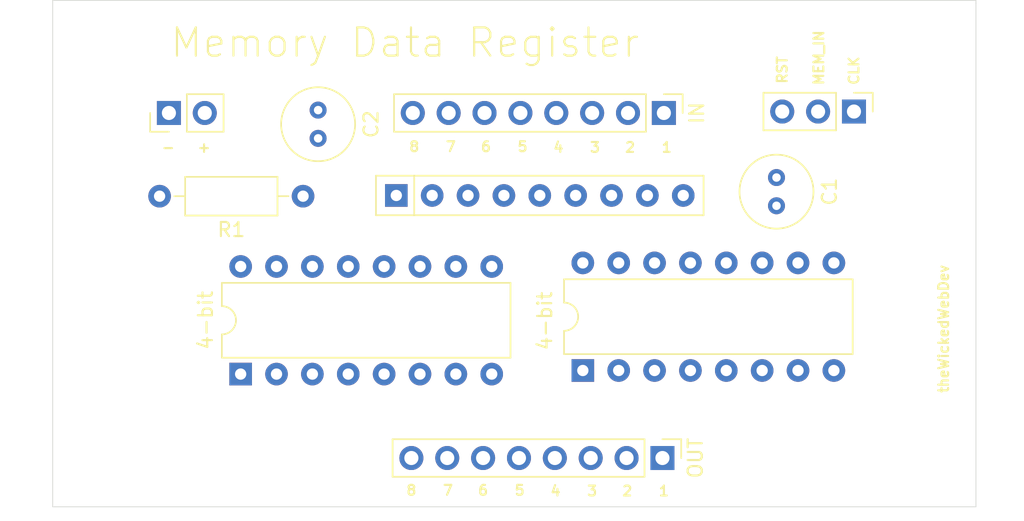
<source format=kicad_pcb>
(kicad_pcb (version 20171130) (host pcbnew "(5.1.9-0-10_14)")

  (general
    (thickness 1.6)
    (drawings 30)
    (tracks 0)
    (zones 0)
    (modules 14)
    (nets 23)
  )

  (page A4)
  (layers
    (0 F.Cu signal)
    (1 In1.Cu signal)
    (2 In2.Cu signal)
    (31 B.Cu signal)
    (32 B.Adhes user)
    (33 F.Adhes user)
    (34 B.Paste user)
    (35 F.Paste user)
    (36 B.SilkS user)
    (37 F.SilkS user)
    (38 B.Mask user)
    (39 F.Mask user)
    (40 Dwgs.User user)
    (41 Cmts.User user)
    (42 Eco1.User user)
    (43 Eco2.User user)
    (44 Edge.Cuts user)
    (45 Margin user)
    (46 B.CrtYd user)
    (47 F.CrtYd user)
    (48 B.Fab user)
    (49 F.Fab user)
  )

  (setup
    (last_trace_width 0.25)
    (user_trace_width 10)
    (trace_clearance 0.2)
    (zone_clearance 0.508)
    (zone_45_only no)
    (trace_min 0.2)
    (via_size 0.8)
    (via_drill 0.4)
    (via_min_size 0.4)
    (via_min_drill 0.3)
    (uvia_size 0.3)
    (uvia_drill 0.1)
    (uvias_allowed no)
    (uvia_min_size 0.2)
    (uvia_min_drill 0.1)
    (edge_width 0.05)
    (segment_width 0.2)
    (pcb_text_width 0.3)
    (pcb_text_size 1.5 1.5)
    (mod_edge_width 0.12)
    (mod_text_size 1 1)
    (mod_text_width 0.15)
    (pad_size 1.524 1.524)
    (pad_drill 0.762)
    (pad_to_mask_clearance 0)
    (aux_axis_origin 0 0)
    (visible_elements FFFFFF7F)
    (pcbplotparams
      (layerselection 0x010fc_ffffffff)
      (usegerberextensions false)
      (usegerberattributes true)
      (usegerberadvancedattributes true)
      (creategerberjobfile true)
      (excludeedgelayer true)
      (linewidth 0.100000)
      (plotframeref false)
      (viasonmask false)
      (mode 1)
      (useauxorigin false)
      (hpglpennumber 1)
      (hpglpenspeed 20)
      (hpglpendiameter 15.000000)
      (psnegative false)
      (psa4output false)
      (plotreference true)
      (plotvalue true)
      (plotinvisibletext false)
      (padsonsilk false)
      (subtractmaskfromsilk false)
      (outputformat 1)
      (mirror false)
      (drillshape 0)
      (scaleselection 1)
      (outputdirectory "GERBER"))
  )

  (net 0 "")
  (net 1 +5V)
  (net 2 GND)
  (net 3 VCC)
  (net 4 /RST)
  (net 5 /MEM_IN)
  (net 6 /CLOCK)
  (net 7 /ADR8)
  (net 8 /ADR7)
  (net 9 /ADR6)
  (net 10 /ADR5)
  (net 11 /ADR4)
  (net 12 /ADR3)
  (net 13 /ADR2)
  (net 14 /ADR1)
  (net 15 /D8)
  (net 16 /D7)
  (net 17 /D6)
  (net 18 /D5)
  (net 19 /D4)
  (net 20 /D3)
  (net 21 /D2)
  (net 22 /D1)

  (net_class Default "This is the default net class."
    (clearance 0.2)
    (trace_width 0.25)
    (via_dia 0.8)
    (via_drill 0.4)
    (uvia_dia 0.3)
    (uvia_drill 0.1)
    (add_net +5V)
    (add_net /ADR1)
    (add_net /ADR2)
    (add_net /ADR3)
    (add_net /ADR4)
    (add_net /ADR5)
    (add_net /ADR6)
    (add_net /ADR7)
    (add_net /ADR8)
    (add_net /CLOCK)
    (add_net /D1)
    (add_net /D2)
    (add_net /D3)
    (add_net /D4)
    (add_net /D5)
    (add_net /D6)
    (add_net /D7)
    (add_net /D8)
    (add_net /MEM_IN)
    (add_net /RST)
    (add_net GND)
    (add_net VCC)
  )

  (module MountingHole:MountingHole_3mm (layer F.Cu) (tedit 56D1B4CB) (tstamp 60815F3C)
    (at 91.3384 69.596)
    (descr "Mounting Hole 3mm, no annular")
    (tags "mounting hole 3mm no annular")
    (attr virtual)
    (fp_text reference REF** (at 0 -4) (layer F.SilkS) hide
      (effects (font (size 1 1) (thickness 0.15)))
    )
    (fp_text value MountingHole_3mm (at 0 4) (layer F.Fab)
      (effects (font (size 1 1) (thickness 0.15)))
    )
    (fp_circle (center 0 0) (end 3.25 0) (layer F.CrtYd) (width 0.05))
    (fp_circle (center 0 0) (end 3 0) (layer Cmts.User) (width 0.15))
    (fp_text user %R (at 0.3 0) (layer F.Fab)
      (effects (font (size 1 1) (thickness 0.15)))
    )
    (pad 1 np_thru_hole circle (at 0 0) (size 3 3) (drill 3) (layers *.Cu *.Mask))
  )

  (module MountingHole:MountingHole_3mm (layer F.Cu) (tedit 56D1B4CB) (tstamp 60815F35)
    (at 91.3384 97.6376)
    (descr "Mounting Hole 3mm, no annular")
    (tags "mounting hole 3mm no annular")
    (attr virtual)
    (fp_text reference REF** (at 0 -4) (layer F.SilkS) hide
      (effects (font (size 1 1) (thickness 0.15)))
    )
    (fp_text value MountingHole_3mm (at 0 4) (layer F.Fab)
      (effects (font (size 1 1) (thickness 0.15)))
    )
    (fp_text user %R (at 0.3 0) (layer F.Fab)
      (effects (font (size 1 1) (thickness 0.15)))
    )
    (fp_circle (center 0 0) (end 3 0) (layer Cmts.User) (width 0.15))
    (fp_circle (center 0 0) (end 3.25 0) (layer F.CrtYd) (width 0.05))
    (pad 1 np_thru_hole circle (at 0 0) (size 3 3) (drill 3) (layers *.Cu *.Mask))
  )

  (module MountingHole:MountingHole_3mm (layer F.Cu) (tedit 56D1B4CB) (tstamp 60815F1F)
    (at 149.1996 97.6376)
    (descr "Mounting Hole 3mm, no annular")
    (tags "mounting hole 3mm no annular")
    (attr virtual)
    (fp_text reference REF** (at 0 -4) (layer F.SilkS) hide
      (effects (font (size 1 1) (thickness 0.15)))
    )
    (fp_text value MountingHole_3mm (at 0 4) (layer F.Fab)
      (effects (font (size 1 1) (thickness 0.15)))
    )
    (fp_circle (center 0 0) (end 3.25 0) (layer F.CrtYd) (width 0.05))
    (fp_circle (center 0 0) (end 3 0) (layer Cmts.User) (width 0.15))
    (fp_text user %R (at 0.3 0) (layer F.Fab)
      (effects (font (size 1 1) (thickness 0.15)))
    )
    (pad 1 np_thru_hole circle (at 0 0) (size 3 3) (drill 3) (layers *.Cu *.Mask))
  )

  (module MountingHole:MountingHole_3mm (layer F.Cu) (tedit 56D1B4CB) (tstamp 60815F0E)
    (at 149.1996 69.596)
    (descr "Mounting Hole 3mm, no annular")
    (tags "mounting hole 3mm no annular")
    (attr virtual)
    (fp_text reference REF** (at 0 -4) (layer F.SilkS) hide
      (effects (font (size 1 1) (thickness 0.15)))
    )
    (fp_text value MountingHole_3mm (at 0 4) (layer F.Fab)
      (effects (font (size 1 1) (thickness 0.15)))
    )
    (fp_text user %R (at 0.3 0) (layer F.Fab)
      (effects (font (size 1 1) (thickness 0.15)))
    )
    (fp_circle (center 0 0) (end 3 0) (layer Cmts.User) (width 0.15))
    (fp_circle (center 0 0) (end 3.25 0) (layer F.CrtYd) (width 0.05))
    (pad 1 np_thru_hole circle (at 0 0) (size 3 3) (drill 3) (layers *.Cu *.Mask))
  )

  (module Resistor_THT:R_Array_SIP9 (layer F.Cu) (tedit 5A14249F) (tstamp 60814EC7)
    (at 112.0648 79.4004)
    (descr "9-pin Resistor SIP pack")
    (tags R)
    (path /60A7CDAD)
    (fp_text reference RN1 (at 11.43 -2.4) (layer F.SilkS) hide
      (effects (font (size 1 1) (thickness 0.15)))
    )
    (fp_text value R_Network08_US (at 11.43 2.4) (layer F.Fab)
      (effects (font (size 1 1) (thickness 0.15)))
    )
    (fp_text user %R (at 10.16 0) (layer F.Fab)
      (effects (font (size 1 1) (thickness 0.15)))
    )
    (fp_line (start -1.29 -1.25) (end -1.29 1.25) (layer F.Fab) (width 0.1))
    (fp_line (start -1.29 1.25) (end 21.61 1.25) (layer F.Fab) (width 0.1))
    (fp_line (start 21.61 1.25) (end 21.61 -1.25) (layer F.Fab) (width 0.1))
    (fp_line (start 21.61 -1.25) (end -1.29 -1.25) (layer F.Fab) (width 0.1))
    (fp_line (start 1.27 -1.25) (end 1.27 1.25) (layer F.Fab) (width 0.1))
    (fp_line (start -1.44 -1.4) (end -1.44 1.4) (layer F.SilkS) (width 0.12))
    (fp_line (start -1.44 1.4) (end 21.76 1.4) (layer F.SilkS) (width 0.12))
    (fp_line (start 21.76 1.4) (end 21.76 -1.4) (layer F.SilkS) (width 0.12))
    (fp_line (start 21.76 -1.4) (end -1.44 -1.4) (layer F.SilkS) (width 0.12))
    (fp_line (start 1.27 -1.4) (end 1.27 1.4) (layer F.SilkS) (width 0.12))
    (fp_line (start -1.7 -1.65) (end -1.7 1.65) (layer F.CrtYd) (width 0.05))
    (fp_line (start -1.7 1.65) (end 22.05 1.65) (layer F.CrtYd) (width 0.05))
    (fp_line (start 22.05 1.65) (end 22.05 -1.65) (layer F.CrtYd) (width 0.05))
    (fp_line (start 22.05 -1.65) (end -1.7 -1.65) (layer F.CrtYd) (width 0.05))
    (pad 9 thru_hole oval (at 20.32 0) (size 1.6 1.6) (drill 0.8) (layers *.Cu *.Mask)
      (net 22 /D1))
    (pad 8 thru_hole oval (at 17.78 0) (size 1.6 1.6) (drill 0.8) (layers *.Cu *.Mask)
      (net 21 /D2))
    (pad 7 thru_hole oval (at 15.24 0) (size 1.6 1.6) (drill 0.8) (layers *.Cu *.Mask)
      (net 20 /D3))
    (pad 6 thru_hole oval (at 12.7 0) (size 1.6 1.6) (drill 0.8) (layers *.Cu *.Mask)
      (net 19 /D4))
    (pad 5 thru_hole oval (at 10.16 0) (size 1.6 1.6) (drill 0.8) (layers *.Cu *.Mask)
      (net 18 /D5))
    (pad 4 thru_hole oval (at 7.62 0) (size 1.6 1.6) (drill 0.8) (layers *.Cu *.Mask)
      (net 17 /D6))
    (pad 3 thru_hole oval (at 5.08 0) (size 1.6 1.6) (drill 0.8) (layers *.Cu *.Mask)
      (net 16 /D7))
    (pad 2 thru_hole oval (at 2.54 0) (size 1.6 1.6) (drill 0.8) (layers *.Cu *.Mask)
      (net 15 /D8))
    (pad 1 thru_hole rect (at 0 0) (size 1.6 1.6) (drill 0.8) (layers *.Cu *.Mask)
      (net 2 GND))
    (model ${KISYS3DMOD}/Resistor_THT.3dshapes/R_Array_SIP9.wrl
      (at (xyz 0 0 0))
      (scale (xyz 1 1 1))
      (rotate (xyz 0 0 0))
    )
  )

  (module Resistor_THT:R_Axial_DIN0207_L6.3mm_D2.5mm_P10.16mm_Horizontal (layer F.Cu) (tedit 5AE5139B) (tstamp 60814EAB)
    (at 105.4608 79.4512 180)
    (descr "Resistor, Axial_DIN0207 series, Axial, Horizontal, pin pitch=10.16mm, 0.25W = 1/4W, length*diameter=6.3*2.5mm^2, http://cdn-reichelt.de/documents/datenblatt/B400/1_4W%23YAG.pdf")
    (tags "Resistor Axial_DIN0207 series Axial Horizontal pin pitch 10.16mm 0.25W = 1/4W length 6.3mm diameter 2.5mm")
    (path /60A852AC)
    (fp_text reference R1 (at 5.08 -2.37) (layer F.SilkS)
      (effects (font (size 1 1) (thickness 0.15)))
    )
    (fp_text value R_Small_US (at 5.08 2.37) (layer F.Fab)
      (effects (font (size 1 1) (thickness 0.15)))
    )
    (fp_text user %R (at 5.08 0) (layer F.Fab)
      (effects (font (size 1 1) (thickness 0.15)))
    )
    (fp_line (start 1.93 -1.25) (end 1.93 1.25) (layer F.Fab) (width 0.1))
    (fp_line (start 1.93 1.25) (end 8.23 1.25) (layer F.Fab) (width 0.1))
    (fp_line (start 8.23 1.25) (end 8.23 -1.25) (layer F.Fab) (width 0.1))
    (fp_line (start 8.23 -1.25) (end 1.93 -1.25) (layer F.Fab) (width 0.1))
    (fp_line (start 0 0) (end 1.93 0) (layer F.Fab) (width 0.1))
    (fp_line (start 10.16 0) (end 8.23 0) (layer F.Fab) (width 0.1))
    (fp_line (start 1.81 -1.37) (end 1.81 1.37) (layer F.SilkS) (width 0.12))
    (fp_line (start 1.81 1.37) (end 8.35 1.37) (layer F.SilkS) (width 0.12))
    (fp_line (start 8.35 1.37) (end 8.35 -1.37) (layer F.SilkS) (width 0.12))
    (fp_line (start 8.35 -1.37) (end 1.81 -1.37) (layer F.SilkS) (width 0.12))
    (fp_line (start 1.04 0) (end 1.81 0) (layer F.SilkS) (width 0.12))
    (fp_line (start 9.12 0) (end 8.35 0) (layer F.SilkS) (width 0.12))
    (fp_line (start -1.05 -1.5) (end -1.05 1.5) (layer F.CrtYd) (width 0.05))
    (fp_line (start -1.05 1.5) (end 11.21 1.5) (layer F.CrtYd) (width 0.05))
    (fp_line (start 11.21 1.5) (end 11.21 -1.5) (layer F.CrtYd) (width 0.05))
    (fp_line (start 11.21 -1.5) (end -1.05 -1.5) (layer F.CrtYd) (width 0.05))
    (pad 2 thru_hole oval (at 10.16 0 180) (size 1.6 1.6) (drill 0.8) (layers *.Cu *.Mask)
      (net 2 GND))
    (pad 1 thru_hole circle (at 0 0 180) (size 1.6 1.6) (drill 0.8) (layers *.Cu *.Mask)
      (net 4 /RST))
    (model ${KISYS3DMOD}/Resistor_THT.3dshapes/R_Axial_DIN0207_L6.3mm_D2.5mm_P10.16mm_Horizontal.wrl
      (at (xyz 0 0 0))
      (scale (xyz 1 1 1))
      (rotate (xyz 0 0 0))
    )
  )

  (module Package_DIP:DIP-16_W7.62mm (layer F.Cu) (tedit 5A02E8C5) (tstamp 60814AEC)
    (at 125.2728 91.7956 90)
    (descr "16-lead though-hole mounted DIP package, row spacing 7.62 mm (300 mils)")
    (tags "THT DIP DIL PDIP 2.54mm 7.62mm 300mil")
    (path /60808A49)
    (fp_text reference U2 (at 3.81 -2.33 90) (layer F.SilkS) hide
      (effects (font (size 1 1) (thickness 0.15)))
    )
    (fp_text value 74LS173 (at 3.81 20.11 90) (layer F.Fab)
      (effects (font (size 1 1) (thickness 0.15)))
    )
    (fp_text user %R (at 3.81 8.89 90) (layer F.Fab)
      (effects (font (size 1 1) (thickness 0.15)))
    )
    (fp_arc (start 3.81 -1.33) (end 2.81 -1.33) (angle -180) (layer F.SilkS) (width 0.12))
    (fp_line (start 1.635 -1.27) (end 6.985 -1.27) (layer F.Fab) (width 0.1))
    (fp_line (start 6.985 -1.27) (end 6.985 19.05) (layer F.Fab) (width 0.1))
    (fp_line (start 6.985 19.05) (end 0.635 19.05) (layer F.Fab) (width 0.1))
    (fp_line (start 0.635 19.05) (end 0.635 -0.27) (layer F.Fab) (width 0.1))
    (fp_line (start 0.635 -0.27) (end 1.635 -1.27) (layer F.Fab) (width 0.1))
    (fp_line (start 2.81 -1.33) (end 1.16 -1.33) (layer F.SilkS) (width 0.12))
    (fp_line (start 1.16 -1.33) (end 1.16 19.11) (layer F.SilkS) (width 0.12))
    (fp_line (start 1.16 19.11) (end 6.46 19.11) (layer F.SilkS) (width 0.12))
    (fp_line (start 6.46 19.11) (end 6.46 -1.33) (layer F.SilkS) (width 0.12))
    (fp_line (start 6.46 -1.33) (end 4.81 -1.33) (layer F.SilkS) (width 0.12))
    (fp_line (start -1.1 -1.55) (end -1.1 19.3) (layer F.CrtYd) (width 0.05))
    (fp_line (start -1.1 19.3) (end 8.7 19.3) (layer F.CrtYd) (width 0.05))
    (fp_line (start 8.7 19.3) (end 8.7 -1.55) (layer F.CrtYd) (width 0.05))
    (fp_line (start 8.7 -1.55) (end -1.1 -1.55) (layer F.CrtYd) (width 0.05))
    (pad 16 thru_hole oval (at 7.62 0 90) (size 1.6 1.6) (drill 0.8) (layers *.Cu *.Mask)
      (net 1 +5V))
    (pad 8 thru_hole oval (at 0 17.78 90) (size 1.6 1.6) (drill 0.8) (layers *.Cu *.Mask)
      (net 2 GND))
    (pad 15 thru_hole oval (at 7.62 2.54 90) (size 1.6 1.6) (drill 0.8) (layers *.Cu *.Mask)
      (net 4 /RST))
    (pad 7 thru_hole oval (at 0 15.24 90) (size 1.6 1.6) (drill 0.8) (layers *.Cu *.Mask)
      (net 6 /CLOCK))
    (pad 14 thru_hole oval (at 7.62 5.08 90) (size 1.6 1.6) (drill 0.8) (layers *.Cu *.Mask)
      (net 19 /D4))
    (pad 6 thru_hole oval (at 0 12.7 90) (size 1.6 1.6) (drill 0.8) (layers *.Cu *.Mask)
      (net 14 /ADR1))
    (pad 13 thru_hole oval (at 7.62 7.62 90) (size 1.6 1.6) (drill 0.8) (layers *.Cu *.Mask)
      (net 20 /D3))
    (pad 5 thru_hole oval (at 0 10.16 90) (size 1.6 1.6) (drill 0.8) (layers *.Cu *.Mask)
      (net 13 /ADR2))
    (pad 12 thru_hole oval (at 7.62 10.16 90) (size 1.6 1.6) (drill 0.8) (layers *.Cu *.Mask)
      (net 21 /D2))
    (pad 4 thru_hole oval (at 0 7.62 90) (size 1.6 1.6) (drill 0.8) (layers *.Cu *.Mask)
      (net 12 /ADR3))
    (pad 11 thru_hole oval (at 7.62 12.7 90) (size 1.6 1.6) (drill 0.8) (layers *.Cu *.Mask)
      (net 22 /D1))
    (pad 3 thru_hole oval (at 0 5.08 90) (size 1.6 1.6) (drill 0.8) (layers *.Cu *.Mask)
      (net 11 /ADR4))
    (pad 10 thru_hole oval (at 7.62 15.24 90) (size 1.6 1.6) (drill 0.8) (layers *.Cu *.Mask)
      (net 5 /MEM_IN))
    (pad 2 thru_hole oval (at 0 2.54 90) (size 1.6 1.6) (drill 0.8) (layers *.Cu *.Mask)
      (net 2 GND))
    (pad 9 thru_hole oval (at 7.62 17.78 90) (size 1.6 1.6) (drill 0.8) (layers *.Cu *.Mask)
      (net 5 /MEM_IN))
    (pad 1 thru_hole rect (at 0 0 90) (size 1.6 1.6) (drill 0.8) (layers *.Cu *.Mask)
      (net 2 GND))
    (model ${KISYS3DMOD}/Package_DIP.3dshapes/DIP-16_W7.62mm.wrl
      (at (xyz 0 0 0))
      (scale (xyz 1 1 1))
      (rotate (xyz 0 0 0))
    )
  )

  (module Package_DIP:DIP-16_W7.62mm (layer F.Cu) (tedit 5A02E8C5) (tstamp 60814AC8)
    (at 101.0412 92.0496 90)
    (descr "16-lead though-hole mounted DIP package, row spacing 7.62 mm (300 mils)")
    (tags "THT DIP DIL PDIP 2.54mm 7.62mm 300mil")
    (path /60808A1A)
    (fp_text reference U1 (at 3.81 -2.33 90) (layer F.SilkS) hide
      (effects (font (size 1 1) (thickness 0.15)))
    )
    (fp_text value 74LS173 (at 3.81 20.11 90) (layer F.Fab)
      (effects (font (size 1 1) (thickness 0.15)))
    )
    (fp_text user %R (at 3.81 8.89 90) (layer F.Fab)
      (effects (font (size 1 1) (thickness 0.15)))
    )
    (fp_arc (start 3.81 -1.33) (end 2.81 -1.33) (angle -180) (layer F.SilkS) (width 0.12))
    (fp_line (start 1.635 -1.27) (end 6.985 -1.27) (layer F.Fab) (width 0.1))
    (fp_line (start 6.985 -1.27) (end 6.985 19.05) (layer F.Fab) (width 0.1))
    (fp_line (start 6.985 19.05) (end 0.635 19.05) (layer F.Fab) (width 0.1))
    (fp_line (start 0.635 19.05) (end 0.635 -0.27) (layer F.Fab) (width 0.1))
    (fp_line (start 0.635 -0.27) (end 1.635 -1.27) (layer F.Fab) (width 0.1))
    (fp_line (start 2.81 -1.33) (end 1.16 -1.33) (layer F.SilkS) (width 0.12))
    (fp_line (start 1.16 -1.33) (end 1.16 19.11) (layer F.SilkS) (width 0.12))
    (fp_line (start 1.16 19.11) (end 6.46 19.11) (layer F.SilkS) (width 0.12))
    (fp_line (start 6.46 19.11) (end 6.46 -1.33) (layer F.SilkS) (width 0.12))
    (fp_line (start 6.46 -1.33) (end 4.81 -1.33) (layer F.SilkS) (width 0.12))
    (fp_line (start -1.1 -1.55) (end -1.1 19.3) (layer F.CrtYd) (width 0.05))
    (fp_line (start -1.1 19.3) (end 8.7 19.3) (layer F.CrtYd) (width 0.05))
    (fp_line (start 8.7 19.3) (end 8.7 -1.55) (layer F.CrtYd) (width 0.05))
    (fp_line (start 8.7 -1.55) (end -1.1 -1.55) (layer F.CrtYd) (width 0.05))
    (pad 16 thru_hole oval (at 7.62 0 90) (size 1.6 1.6) (drill 0.8) (layers *.Cu *.Mask)
      (net 1 +5V))
    (pad 8 thru_hole oval (at 0 17.78 90) (size 1.6 1.6) (drill 0.8) (layers *.Cu *.Mask)
      (net 2 GND))
    (pad 15 thru_hole oval (at 7.62 2.54 90) (size 1.6 1.6) (drill 0.8) (layers *.Cu *.Mask)
      (net 4 /RST))
    (pad 7 thru_hole oval (at 0 15.24 90) (size 1.6 1.6) (drill 0.8) (layers *.Cu *.Mask)
      (net 6 /CLOCK))
    (pad 14 thru_hole oval (at 7.62 5.08 90) (size 1.6 1.6) (drill 0.8) (layers *.Cu *.Mask)
      (net 15 /D8))
    (pad 6 thru_hole oval (at 0 12.7 90) (size 1.6 1.6) (drill 0.8) (layers *.Cu *.Mask)
      (net 10 /ADR5))
    (pad 13 thru_hole oval (at 7.62 7.62 90) (size 1.6 1.6) (drill 0.8) (layers *.Cu *.Mask)
      (net 16 /D7))
    (pad 5 thru_hole oval (at 0 10.16 90) (size 1.6 1.6) (drill 0.8) (layers *.Cu *.Mask)
      (net 9 /ADR6))
    (pad 12 thru_hole oval (at 7.62 10.16 90) (size 1.6 1.6) (drill 0.8) (layers *.Cu *.Mask)
      (net 17 /D6))
    (pad 4 thru_hole oval (at 0 7.62 90) (size 1.6 1.6) (drill 0.8) (layers *.Cu *.Mask)
      (net 8 /ADR7))
    (pad 11 thru_hole oval (at 7.62 12.7 90) (size 1.6 1.6) (drill 0.8) (layers *.Cu *.Mask)
      (net 18 /D5))
    (pad 3 thru_hole oval (at 0 5.08 90) (size 1.6 1.6) (drill 0.8) (layers *.Cu *.Mask)
      (net 7 /ADR8))
    (pad 10 thru_hole oval (at 7.62 15.24 90) (size 1.6 1.6) (drill 0.8) (layers *.Cu *.Mask)
      (net 5 /MEM_IN))
    (pad 2 thru_hole oval (at 0 2.54 90) (size 1.6 1.6) (drill 0.8) (layers *.Cu *.Mask)
      (net 2 GND))
    (pad 9 thru_hole oval (at 7.62 17.78 90) (size 1.6 1.6) (drill 0.8) (layers *.Cu *.Mask)
      (net 5 /MEM_IN))
    (pad 1 thru_hole rect (at 0 0 90) (size 1.6 1.6) (drill 0.8) (layers *.Cu *.Mask)
      (net 2 GND))
    (model ${KISYS3DMOD}/Package_DIP.3dshapes/DIP-16_W7.62mm.wrl
      (at (xyz 0 0 0))
      (scale (xyz 1 1 1))
      (rotate (xyz 0 0 0))
    )
  )

  (module Connector_PinHeader_2.54mm:PinHeader_1x08_P2.54mm_Vertical (layer F.Cu) (tedit 59FED5CC) (tstamp 60814AA4)
    (at 131.0132 73.5584 270)
    (descr "Through hole straight pin header, 1x08, 2.54mm pitch, single row")
    (tags "Through hole pin header THT 1x08 2.54mm single row")
    (path /60808AD8)
    (fp_text reference IN (at 0 -2.33 90) (layer F.SilkS)
      (effects (font (size 1 1) (thickness 0.15)))
    )
    (fp_text value Conn_01x08 (at 0 20.11 90) (layer F.Fab)
      (effects (font (size 1 1) (thickness 0.15)))
    )
    (fp_text user %R (at 0 8.89) (layer F.Fab)
      (effects (font (size 1 1) (thickness 0.15)))
    )
    (fp_line (start -0.635 -1.27) (end 1.27 -1.27) (layer F.Fab) (width 0.1))
    (fp_line (start 1.27 -1.27) (end 1.27 19.05) (layer F.Fab) (width 0.1))
    (fp_line (start 1.27 19.05) (end -1.27 19.05) (layer F.Fab) (width 0.1))
    (fp_line (start -1.27 19.05) (end -1.27 -0.635) (layer F.Fab) (width 0.1))
    (fp_line (start -1.27 -0.635) (end -0.635 -1.27) (layer F.Fab) (width 0.1))
    (fp_line (start -1.33 19.11) (end 1.33 19.11) (layer F.SilkS) (width 0.12))
    (fp_line (start -1.33 1.27) (end -1.33 19.11) (layer F.SilkS) (width 0.12))
    (fp_line (start 1.33 1.27) (end 1.33 19.11) (layer F.SilkS) (width 0.12))
    (fp_line (start -1.33 1.27) (end 1.33 1.27) (layer F.SilkS) (width 0.12))
    (fp_line (start -1.33 0) (end -1.33 -1.33) (layer F.SilkS) (width 0.12))
    (fp_line (start -1.33 -1.33) (end 0 -1.33) (layer F.SilkS) (width 0.12))
    (fp_line (start -1.8 -1.8) (end -1.8 19.55) (layer F.CrtYd) (width 0.05))
    (fp_line (start -1.8 19.55) (end 1.8 19.55) (layer F.CrtYd) (width 0.05))
    (fp_line (start 1.8 19.55) (end 1.8 -1.8) (layer F.CrtYd) (width 0.05))
    (fp_line (start 1.8 -1.8) (end -1.8 -1.8) (layer F.CrtYd) (width 0.05))
    (pad 8 thru_hole oval (at 0 17.78 270) (size 1.7 1.7) (drill 1) (layers *.Cu *.Mask)
      (net 15 /D8))
    (pad 7 thru_hole oval (at 0 15.24 270) (size 1.7 1.7) (drill 1) (layers *.Cu *.Mask)
      (net 16 /D7))
    (pad 6 thru_hole oval (at 0 12.7 270) (size 1.7 1.7) (drill 1) (layers *.Cu *.Mask)
      (net 17 /D6))
    (pad 5 thru_hole oval (at 0 10.16 270) (size 1.7 1.7) (drill 1) (layers *.Cu *.Mask)
      (net 18 /D5))
    (pad 4 thru_hole oval (at 0 7.62 270) (size 1.7 1.7) (drill 1) (layers *.Cu *.Mask)
      (net 19 /D4))
    (pad 3 thru_hole oval (at 0 5.08 270) (size 1.7 1.7) (drill 1) (layers *.Cu *.Mask)
      (net 20 /D3))
    (pad 2 thru_hole oval (at 0 2.54 270) (size 1.7 1.7) (drill 1) (layers *.Cu *.Mask)
      (net 21 /D2))
    (pad 1 thru_hole rect (at 0 0 270) (size 1.7 1.7) (drill 1) (layers *.Cu *.Mask)
      (net 22 /D1))
    (model ${KISYS3DMOD}/Connector_PinHeader_2.54mm.3dshapes/PinHeader_1x08_P2.54mm_Vertical.wrl
      (at (xyz 0 0 0))
      (scale (xyz 1 1 1))
      (rotate (xyz 0 0 0))
    )
  )

  (module Connector_PinHeader_2.54mm:PinHeader_1x08_P2.54mm_Vertical (layer F.Cu) (tedit 59FED5CC) (tstamp 60814A88)
    (at 130.9116 97.9932 270)
    (descr "Through hole straight pin header, 1x08, 2.54mm pitch, single row")
    (tags "Through hole pin header THT 1x08 2.54mm single row")
    (path /60808ACA)
    (fp_text reference OUT (at 0 -2.33 90) (layer F.SilkS)
      (effects (font (size 1 1) (thickness 0.15)))
    )
    (fp_text value Conn_01x8 (at 0 20.11 90) (layer F.Fab)
      (effects (font (size 1 1) (thickness 0.15)))
    )
    (fp_text user %R (at 0 8.89) (layer F.Fab)
      (effects (font (size 1 1) (thickness 0.15)))
    )
    (fp_line (start -0.635 -1.27) (end 1.27 -1.27) (layer F.Fab) (width 0.1))
    (fp_line (start 1.27 -1.27) (end 1.27 19.05) (layer F.Fab) (width 0.1))
    (fp_line (start 1.27 19.05) (end -1.27 19.05) (layer F.Fab) (width 0.1))
    (fp_line (start -1.27 19.05) (end -1.27 -0.635) (layer F.Fab) (width 0.1))
    (fp_line (start -1.27 -0.635) (end -0.635 -1.27) (layer F.Fab) (width 0.1))
    (fp_line (start -1.33 19.11) (end 1.33 19.11) (layer F.SilkS) (width 0.12))
    (fp_line (start -1.33 1.27) (end -1.33 19.11) (layer F.SilkS) (width 0.12))
    (fp_line (start 1.33 1.27) (end 1.33 19.11) (layer F.SilkS) (width 0.12))
    (fp_line (start -1.33 1.27) (end 1.33 1.27) (layer F.SilkS) (width 0.12))
    (fp_line (start -1.33 0) (end -1.33 -1.33) (layer F.SilkS) (width 0.12))
    (fp_line (start -1.33 -1.33) (end 0 -1.33) (layer F.SilkS) (width 0.12))
    (fp_line (start -1.8 -1.8) (end -1.8 19.55) (layer F.CrtYd) (width 0.05))
    (fp_line (start -1.8 19.55) (end 1.8 19.55) (layer F.CrtYd) (width 0.05))
    (fp_line (start 1.8 19.55) (end 1.8 -1.8) (layer F.CrtYd) (width 0.05))
    (fp_line (start 1.8 -1.8) (end -1.8 -1.8) (layer F.CrtYd) (width 0.05))
    (pad 8 thru_hole oval (at 0 17.78 270) (size 1.7 1.7) (drill 1) (layers *.Cu *.Mask)
      (net 7 /ADR8))
    (pad 7 thru_hole oval (at 0 15.24 270) (size 1.7 1.7) (drill 1) (layers *.Cu *.Mask)
      (net 8 /ADR7))
    (pad 6 thru_hole oval (at 0 12.7 270) (size 1.7 1.7) (drill 1) (layers *.Cu *.Mask)
      (net 9 /ADR6))
    (pad 5 thru_hole oval (at 0 10.16 270) (size 1.7 1.7) (drill 1) (layers *.Cu *.Mask)
      (net 10 /ADR5))
    (pad 4 thru_hole oval (at 0 7.62 270) (size 1.7 1.7) (drill 1) (layers *.Cu *.Mask)
      (net 11 /ADR4))
    (pad 3 thru_hole oval (at 0 5.08 270) (size 1.7 1.7) (drill 1) (layers *.Cu *.Mask)
      (net 12 /ADR3))
    (pad 2 thru_hole oval (at 0 2.54 270) (size 1.7 1.7) (drill 1) (layers *.Cu *.Mask)
      (net 13 /ADR2))
    (pad 1 thru_hole rect (at 0 0 270) (size 1.7 1.7) (drill 1) (layers *.Cu *.Mask)
      (net 14 /ADR1))
    (model ${KISYS3DMOD}/Connector_PinHeader_2.54mm.3dshapes/PinHeader_1x08_P2.54mm_Vertical.wrl
      (at (xyz 0 0 0))
      (scale (xyz 1 1 1))
      (rotate (xyz 0 0 0))
    )
  )

  (module Connector_PinHeader_2.54mm:PinHeader_1x03_P2.54mm_Vertical (layer F.Cu) (tedit 59FED5CC) (tstamp 60814A6C)
    (at 144.4752 73.4568 270)
    (descr "Through hole straight pin header, 1x03, 2.54mm pitch, single row")
    (tags "Through hole pin header THT 1x03 2.54mm single row")
    (path /60808B12)
    (fp_text reference J2 (at 0 -2.33 90) (layer F.SilkS) hide
      (effects (font (size 1 1) (thickness 0.15)))
    )
    (fp_text value Conn_01x03 (at 0 7.41 90) (layer F.Fab)
      (effects (font (size 1 1) (thickness 0.15)))
    )
    (fp_text user %R (at 0 2.54) (layer F.Fab)
      (effects (font (size 1 1) (thickness 0.15)))
    )
    (fp_line (start -0.635 -1.27) (end 1.27 -1.27) (layer F.Fab) (width 0.1))
    (fp_line (start 1.27 -1.27) (end 1.27 6.35) (layer F.Fab) (width 0.1))
    (fp_line (start 1.27 6.35) (end -1.27 6.35) (layer F.Fab) (width 0.1))
    (fp_line (start -1.27 6.35) (end -1.27 -0.635) (layer F.Fab) (width 0.1))
    (fp_line (start -1.27 -0.635) (end -0.635 -1.27) (layer F.Fab) (width 0.1))
    (fp_line (start -1.33 6.41) (end 1.33 6.41) (layer F.SilkS) (width 0.12))
    (fp_line (start -1.33 1.27) (end -1.33 6.41) (layer F.SilkS) (width 0.12))
    (fp_line (start 1.33 1.27) (end 1.33 6.41) (layer F.SilkS) (width 0.12))
    (fp_line (start -1.33 1.27) (end 1.33 1.27) (layer F.SilkS) (width 0.12))
    (fp_line (start -1.33 0) (end -1.33 -1.33) (layer F.SilkS) (width 0.12))
    (fp_line (start -1.33 -1.33) (end 0 -1.33) (layer F.SilkS) (width 0.12))
    (fp_line (start -1.8 -1.8) (end -1.8 6.85) (layer F.CrtYd) (width 0.05))
    (fp_line (start -1.8 6.85) (end 1.8 6.85) (layer F.CrtYd) (width 0.05))
    (fp_line (start 1.8 6.85) (end 1.8 -1.8) (layer F.CrtYd) (width 0.05))
    (fp_line (start 1.8 -1.8) (end -1.8 -1.8) (layer F.CrtYd) (width 0.05))
    (pad 3 thru_hole oval (at 0 5.08 270) (size 1.7 1.7) (drill 1) (layers *.Cu *.Mask)
      (net 4 /RST))
    (pad 2 thru_hole oval (at 0 2.54 270) (size 1.7 1.7) (drill 1) (layers *.Cu *.Mask)
      (net 5 /MEM_IN))
    (pad 1 thru_hole rect (at 0 0 270) (size 1.7 1.7) (drill 1) (layers *.Cu *.Mask)
      (net 6 /CLOCK))
    (model ${KISYS3DMOD}/Connector_PinHeader_2.54mm.3dshapes/PinHeader_1x03_P2.54mm_Vertical.wrl
      (at (xyz 0 0 0))
      (scale (xyz 1 1 1))
      (rotate (xyz 0 0 0))
    )
  )

  (module Connector_PinHeader_2.54mm:PinHeader_1x02_P2.54mm_Vertical (layer F.Cu) (tedit 59FED5CC) (tstamp 60814A55)
    (at 95.9612 73.5584 90)
    (descr "Through hole straight pin header, 1x02, 2.54mm pitch, single row")
    (tags "Through hole pin header THT 1x02 2.54mm single row")
    (path /60808AF3)
    (fp_text reference J1 (at 0 -2.33 90) (layer F.SilkS) hide
      (effects (font (size 1 1) (thickness 0.15)))
    )
    (fp_text value Conn_01x02 (at 0 4.87 90) (layer F.Fab)
      (effects (font (size 1 1) (thickness 0.15)))
    )
    (fp_text user %R (at 0 1.27) (layer F.Fab)
      (effects (font (size 1 1) (thickness 0.15)))
    )
    (fp_line (start -0.635 -1.27) (end 1.27 -1.27) (layer F.Fab) (width 0.1))
    (fp_line (start 1.27 -1.27) (end 1.27 3.81) (layer F.Fab) (width 0.1))
    (fp_line (start 1.27 3.81) (end -1.27 3.81) (layer F.Fab) (width 0.1))
    (fp_line (start -1.27 3.81) (end -1.27 -0.635) (layer F.Fab) (width 0.1))
    (fp_line (start -1.27 -0.635) (end -0.635 -1.27) (layer F.Fab) (width 0.1))
    (fp_line (start -1.33 3.87) (end 1.33 3.87) (layer F.SilkS) (width 0.12))
    (fp_line (start -1.33 1.27) (end -1.33 3.87) (layer F.SilkS) (width 0.12))
    (fp_line (start 1.33 1.27) (end 1.33 3.87) (layer F.SilkS) (width 0.12))
    (fp_line (start -1.33 1.27) (end 1.33 1.27) (layer F.SilkS) (width 0.12))
    (fp_line (start -1.33 0) (end -1.33 -1.33) (layer F.SilkS) (width 0.12))
    (fp_line (start -1.33 -1.33) (end 0 -1.33) (layer F.SilkS) (width 0.12))
    (fp_line (start -1.8 -1.8) (end -1.8 4.35) (layer F.CrtYd) (width 0.05))
    (fp_line (start -1.8 4.35) (end 1.8 4.35) (layer F.CrtYd) (width 0.05))
    (fp_line (start 1.8 4.35) (end 1.8 -1.8) (layer F.CrtYd) (width 0.05))
    (fp_line (start 1.8 -1.8) (end -1.8 -1.8) (layer F.CrtYd) (width 0.05))
    (pad 2 thru_hole oval (at 0 2.54 90) (size 1.7 1.7) (drill 1) (layers *.Cu *.Mask)
      (net 3 VCC))
    (pad 1 thru_hole rect (at 0 0 90) (size 1.7 1.7) (drill 1) (layers *.Cu *.Mask)
      (net 2 GND))
    (model ${KISYS3DMOD}/Connector_PinHeader_2.54mm.3dshapes/PinHeader_1x02_P2.54mm_Vertical.wrl
      (at (xyz 0 0 0))
      (scale (xyz 1 1 1))
      (rotate (xyz 0 0 0))
    )
  )

  (module Capacitor_THT:C_Radial_D5.0mm_H7.0mm_P2.00mm (layer F.Cu) (tedit 5BC5C9B9) (tstamp 60814A3F)
    (at 106.5276 73.3552 270)
    (descr "C, Radial series, Radial, pin pitch=2.00mm, diameter=5mm, height=7mm, Non-Polar Electrolytic Capacitor")
    (tags "C Radial series Radial pin pitch 2.00mm diameter 5mm height 7mm Non-Polar Electrolytic Capacitor")
    (path /60808B1C)
    (fp_text reference C2 (at 1 -3.75 90) (layer F.SilkS)
      (effects (font (size 1 1) (thickness 0.15)))
    )
    (fp_text value CP_Small (at 1 3.75 90) (layer F.Fab)
      (effects (font (size 1 1) (thickness 0.15)))
    )
    (fp_text user %R (at 1 0 90) (layer F.Fab)
      (effects (font (size 1 1) (thickness 0.15)))
    )
    (fp_circle (center 1 0) (end 3.5 0) (layer F.Fab) (width 0.1))
    (fp_circle (center 1 0) (end 3.62 0) (layer F.SilkS) (width 0.12))
    (fp_circle (center 1 0) (end 3.75 0) (layer F.CrtYd) (width 0.05))
    (pad 2 thru_hole circle (at 2 0 270) (size 1.2 1.2) (drill 0.6) (layers *.Cu *.Mask)
      (net 2 GND))
    (pad 1 thru_hole circle (at 0 0 270) (size 1.2 1.2) (drill 0.6) (layers *.Cu *.Mask)
      (net 3 VCC))
    (model ${KISYS3DMOD}/Capacitor_THT.3dshapes/C_Radial_D5.0mm_H7.0mm_P2.00mm.wrl
      (at (xyz 0 0 0))
      (scale (xyz 1 1 1))
      (rotate (xyz 0 0 0))
    )
  )

  (module Capacitor_THT:C_Radial_D5.0mm_H7.0mm_P2.00mm (layer F.Cu) (tedit 5BC5C9B9) (tstamp 60814A35)
    (at 138.9888 78.1304 270)
    (descr "C, Radial series, Radial, pin pitch=2.00mm, diameter=5mm, height=7mm, Non-Polar Electrolytic Capacitor")
    (tags "C Radial series Radial pin pitch 2.00mm diameter 5mm height 7mm Non-Polar Electrolytic Capacitor")
    (path /60808B07)
    (fp_text reference C1 (at 1 -3.75 90) (layer F.SilkS)
      (effects (font (size 1 1) (thickness 0.15)))
    )
    (fp_text value CP_Small (at 1 3.75 90) (layer F.Fab)
      (effects (font (size 1 1) (thickness 0.15)))
    )
    (fp_text user %R (at 1 0 90) (layer F.Fab)
      (effects (font (size 1 1) (thickness 0.15)))
    )
    (fp_circle (center 1 0) (end 3.5 0) (layer F.Fab) (width 0.1))
    (fp_circle (center 1 0) (end 3.62 0) (layer F.SilkS) (width 0.12))
    (fp_circle (center 1 0) (end 3.75 0) (layer F.CrtYd) (width 0.05))
    (pad 2 thru_hole circle (at 2 0 270) (size 1.2 1.2) (drill 0.6) (layers *.Cu *.Mask)
      (net 2 GND))
    (pad 1 thru_hole circle (at 0 0 270) (size 1.2 1.2) (drill 0.6) (layers *.Cu *.Mask)
      (net 3 VCC))
    (model ${KISYS3DMOD}/Capacitor_THT.3dshapes/C_Radial_D5.0mm_H7.0mm_P2.00mm.wrl
      (at (xyz 0 0 0))
      (scale (xyz 1 1 1))
      (rotate (xyz 0 0 0))
    )
  )

  (gr_text theWickedWebDev (at 150.8252 88.8492 90) (layer F.SilkS) (tstamp 608168C4)
    (effects (font (size 0.7 0.7) (thickness 0.15)))
  )
  (gr_text - (at 95.9104 75.9968) (layer F.SilkS) (tstamp 6081647D)
    (effects (font (size 0.7 0.7) (thickness 0.15)))
  )
  (gr_text + (at 98.4504 75.9968) (layer F.SilkS) (tstamp 60816478)
    (effects (font (size 0.7 0.7) (thickness 0.15)))
  )
  (gr_text RST (at 139.3952 70.5104 90) (layer F.SilkS) (tstamp 60816375)
    (effects (font (size 0.7 0.7) (thickness 0.15)))
  )
  (gr_text MEM_IN (at 141.986 69.6468 90) (layer F.SilkS) (tstamp 60816370)
    (effects (font (size 0.7 0.7) (thickness 0.15)))
  )
  (gr_text CLK (at 144.4752 70.5612 90) (layer F.SilkS) (tstamp 60816361)
    (effects (font (size 0.7 0.7) (thickness 0.15)))
  )
  (gr_text 1 (at 131.2164 75.9968) (layer F.SilkS) (tstamp 6081625B)
    (effects (font (size 0.7 0.7) (thickness 0.15)))
  )
  (gr_text 4 (at 123.5456 75.9968) (layer F.SilkS) (tstamp 6081625A)
    (effects (font (size 0.7 0.7) (thickness 0.15)))
  )
  (gr_text 5 (at 121.0056 75.946) (layer F.SilkS) (tstamp 60816259)
    (effects (font (size 0.7 0.7) (thickness 0.15)))
  )
  (gr_text 3 (at 126.1364 75.9968) (layer F.SilkS) (tstamp 60816258)
    (effects (font (size 0.7 0.7) (thickness 0.15)))
  )
  (gr_text 2 (at 128.6256 75.9968) (layer F.SilkS) (tstamp 60816257)
    (effects (font (size 0.7 0.7) (thickness 0.15)))
  )
  (gr_text 7 (at 115.9256 75.946) (layer F.SilkS) (tstamp 60816256)
    (effects (font (size 0.7 0.7) (thickness 0.15)))
  )
  (gr_text 6 (at 118.4148 75.946) (layer F.SilkS) (tstamp 60816255)
    (effects (font (size 0.7 0.7) (thickness 0.15)))
  )
  (gr_text 8 (at 113.3348 75.946) (layer F.SilkS) (tstamp 60816254)
    (effects (font (size 0.7 0.7) (thickness 0.15)))
  )
  (gr_text 5 (at 120.8024 100.2792) (layer F.SilkS) (tstamp 60816246)
    (effects (font (size 0.7 0.7) (thickness 0.15)))
  )
  (gr_text 8 (at 113.1316 100.2792) (layer F.SilkS) (tstamp 60816245)
    (effects (font (size 0.7 0.7) (thickness 0.15)))
  )
  (gr_text 7 (at 115.7224 100.2792) (layer F.SilkS) (tstamp 60816244)
    (effects (font (size 0.7 0.7) (thickness 0.15)))
  )
  (gr_text 6 (at 118.2116 100.2792) (layer F.SilkS) (tstamp 60816243)
    (effects (font (size 0.7 0.7) (thickness 0.15)))
  )
  (gr_text 3 (at 125.9332 100.33) (layer F.SilkS) (tstamp 6081623C)
    (effects (font (size 0.7 0.7) (thickness 0.15)))
  )
  (gr_text 4 (at 123.3424 100.33) (layer F.SilkS) (tstamp 6081623B)
    (effects (font (size 0.7 0.7) (thickness 0.15)))
  )
  (gr_text 2 (at 128.4224 100.33) (layer F.SilkS) (tstamp 60816237)
    (effects (font (size 0.7 0.7) (thickness 0.15)))
  )
  (gr_text 1 (at 131.0132 100.33) (layer F.SilkS) (tstamp 6081622C)
    (effects (font (size 0.7 0.7) (thickness 0.15)))
  )
  (gr_text 4-bit (at 122.5804 88.2904 90) (layer F.SilkS) (tstamp 60816229)
    (effects (font (size 1 1) (thickness 0.15)))
  )
  (gr_text 4-bit (at 98.552 88.2396 90) (layer F.SilkS)
    (effects (font (size 1 1) (thickness 0.15)))
  )
  (gr_text "Memory Data Register" (at 112.6744 68.58) (layer F.SilkS)
    (effects (font (size 2 2) (thickness 0.15)))
  )
  (gr_line (start 153.1112 65.786) (end 153.1112 65.5828) (layer Edge.Cuts) (width 0.05) (tstamp 60815F52))
  (gr_line (start 87.7316 65.5828) (end 153.1112 65.5828) (layer Edge.Cuts) (width 0.05) (tstamp 60815F51))
  (gr_line (start 87.7316 101.4476) (end 87.7316 65.5828) (layer Edge.Cuts) (width 0.05))
  (gr_line (start 153.1112 101.4476) (end 87.7316 101.4476) (layer Edge.Cuts) (width 0.05))
  (gr_line (start 153.1112 65.786) (end 153.1112 101.4476) (layer Edge.Cuts) (width 0.05))

)

</source>
